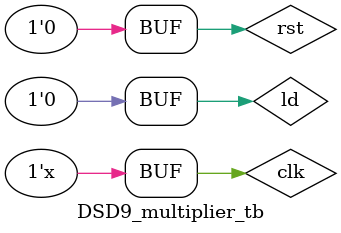
<source format=v>
module DSD9_multiplier(clk, a, b, p);
input clk;
input [31:0] a;
input [31:0] b;
output reg [63:0] p;

reg [31:0] p1,p2,p3,p4;
reg [63:0] sum1,sum2,sum3;

always @(posedge clk)
    p1 = a[15:0] * b[15:0];
always @(posedge clk)
    p2 = a[15:0] * b[31:16];
always @(posedge clk)
    p3 = a[31:16] * b[15:0];
always @(posedge clk)
    p4 = a[31:16] * b[31:16];
always @(posedge clk)
    sum1 <= {p4,p1};
always @(posedge clk)
    sum3 <= {p2+p3,16'h0000};
always @(posedge clk)
    p <= sum1 + sum3; 

endmodule

module DSD9_multiplier_tb();
reg rst;
reg clk;
reg ld;
wire done;
wire [63:0] p;

initial begin
	clk = 1;
	rst = 0;
	#100 rst = 1;
	#100 rst = 0;
	#100 ld = 1;
	#150 ld = 0;
end

always #10 clk = ~clk;	//  50 MHz


DSD9_multiplier u1
(
	.clk(clk),
	.a(112345678),
	.b(987654321),
	.p(p)
);

endmodule


</source>
